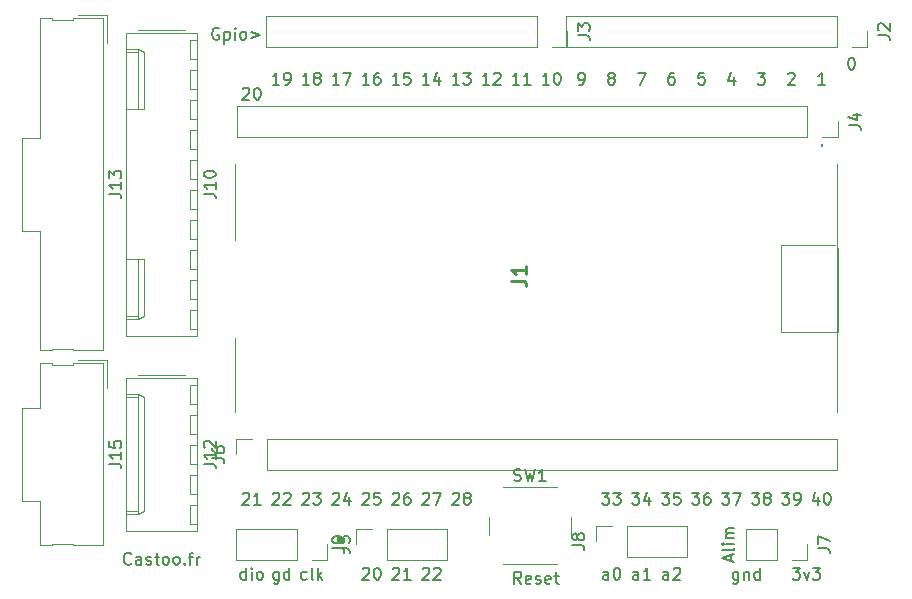
<source format=gbr>
%TF.GenerationSoftware,KiCad,Pcbnew,(5.1.9)-1*%
%TF.CreationDate,2021-04-23T23:27:08+02:00*%
%TF.ProjectId,pico1,7069636f-312e-46b6-9963-61645f706362,rev?*%
%TF.SameCoordinates,Original*%
%TF.FileFunction,Legend,Top*%
%TF.FilePolarity,Positive*%
%FSLAX46Y46*%
G04 Gerber Fmt 4.6, Leading zero omitted, Abs format (unit mm)*
G04 Created by KiCad (PCBNEW (5.1.9)-1) date 2021-04-23 23:27:08*
%MOMM*%
%LPD*%
G01*
G04 APERTURE LIST*
%ADD10C,0.150000*%
%ADD11C,0.200000*%
%ADD12C,0.120000*%
%ADD13C,0.100000*%
%ADD14C,0.254000*%
G04 APERTURE END LIST*
D10*
X149630000Y-65540000D02*
X149534761Y-65492380D01*
X149391904Y-65492380D01*
X149249047Y-65540000D01*
X149153809Y-65635238D01*
X149106190Y-65730476D01*
X149058571Y-65920952D01*
X149058571Y-66063809D01*
X149106190Y-66254285D01*
X149153809Y-66349523D01*
X149249047Y-66444761D01*
X149391904Y-66492380D01*
X149487142Y-66492380D01*
X149630000Y-66444761D01*
X149677619Y-66397142D01*
X149677619Y-66063809D01*
X149487142Y-66063809D01*
X150106190Y-65825714D02*
X150106190Y-66825714D01*
X150106190Y-65873333D02*
X150201428Y-65825714D01*
X150391904Y-65825714D01*
X150487142Y-65873333D01*
X150534761Y-65920952D01*
X150582380Y-66016190D01*
X150582380Y-66301904D01*
X150534761Y-66397142D01*
X150487142Y-66444761D01*
X150391904Y-66492380D01*
X150201428Y-66492380D01*
X150106190Y-66444761D01*
X151010952Y-66492380D02*
X151010952Y-65825714D01*
X151010952Y-65492380D02*
X150963333Y-65540000D01*
X151010952Y-65587619D01*
X151058571Y-65540000D01*
X151010952Y-65492380D01*
X151010952Y-65587619D01*
X151630000Y-66492380D02*
X151534761Y-66444761D01*
X151487142Y-66397142D01*
X151439523Y-66301904D01*
X151439523Y-66016190D01*
X151487142Y-65920952D01*
X151534761Y-65873333D01*
X151630000Y-65825714D01*
X151772857Y-65825714D01*
X151868095Y-65873333D01*
X151915714Y-65920952D01*
X151963333Y-66016190D01*
X151963333Y-66301904D01*
X151915714Y-66397142D01*
X151868095Y-66444761D01*
X151772857Y-66492380D01*
X151630000Y-66492380D01*
X152391904Y-65825714D02*
X153153809Y-66111428D01*
X152391904Y-66397142D01*
D11*
X142208571Y-110847142D02*
X142160952Y-110894761D01*
X142018095Y-110942380D01*
X141922857Y-110942380D01*
X141780000Y-110894761D01*
X141684761Y-110799523D01*
X141637142Y-110704285D01*
X141589523Y-110513809D01*
X141589523Y-110370952D01*
X141637142Y-110180476D01*
X141684761Y-110085238D01*
X141780000Y-109990000D01*
X141922857Y-109942380D01*
X142018095Y-109942380D01*
X142160952Y-109990000D01*
X142208571Y-110037619D01*
X143065714Y-110942380D02*
X143065714Y-110418571D01*
X143018095Y-110323333D01*
X142922857Y-110275714D01*
X142732380Y-110275714D01*
X142637142Y-110323333D01*
X143065714Y-110894761D02*
X142970476Y-110942380D01*
X142732380Y-110942380D01*
X142637142Y-110894761D01*
X142589523Y-110799523D01*
X142589523Y-110704285D01*
X142637142Y-110609047D01*
X142732380Y-110561428D01*
X142970476Y-110561428D01*
X143065714Y-110513809D01*
X143494285Y-110894761D02*
X143589523Y-110942380D01*
X143780000Y-110942380D01*
X143875238Y-110894761D01*
X143922857Y-110799523D01*
X143922857Y-110751904D01*
X143875238Y-110656666D01*
X143780000Y-110609047D01*
X143637142Y-110609047D01*
X143541904Y-110561428D01*
X143494285Y-110466190D01*
X143494285Y-110418571D01*
X143541904Y-110323333D01*
X143637142Y-110275714D01*
X143780000Y-110275714D01*
X143875238Y-110323333D01*
X144208571Y-110275714D02*
X144589523Y-110275714D01*
X144351428Y-109942380D02*
X144351428Y-110799523D01*
X144399047Y-110894761D01*
X144494285Y-110942380D01*
X144589523Y-110942380D01*
X145065714Y-110942380D02*
X144970476Y-110894761D01*
X144922857Y-110847142D01*
X144875238Y-110751904D01*
X144875238Y-110466190D01*
X144922857Y-110370952D01*
X144970476Y-110323333D01*
X145065714Y-110275714D01*
X145208571Y-110275714D01*
X145303809Y-110323333D01*
X145351428Y-110370952D01*
X145399047Y-110466190D01*
X145399047Y-110751904D01*
X145351428Y-110847142D01*
X145303809Y-110894761D01*
X145208571Y-110942380D01*
X145065714Y-110942380D01*
X145970476Y-110942380D02*
X145875238Y-110894761D01*
X145827619Y-110847142D01*
X145780000Y-110751904D01*
X145780000Y-110466190D01*
X145827619Y-110370952D01*
X145875238Y-110323333D01*
X145970476Y-110275714D01*
X146113333Y-110275714D01*
X146208571Y-110323333D01*
X146256190Y-110370952D01*
X146303809Y-110466190D01*
X146303809Y-110751904D01*
X146256190Y-110847142D01*
X146208571Y-110894761D01*
X146113333Y-110942380D01*
X145970476Y-110942380D01*
X146732380Y-110847142D02*
X146780000Y-110894761D01*
X146732380Y-110942380D01*
X146684761Y-110894761D01*
X146732380Y-110847142D01*
X146732380Y-110942380D01*
X147065714Y-110275714D02*
X147446666Y-110275714D01*
X147208571Y-110942380D02*
X147208571Y-110085238D01*
X147256190Y-109990000D01*
X147351428Y-109942380D01*
X147446666Y-109942380D01*
X147780000Y-110942380D02*
X147780000Y-110275714D01*
X147780000Y-110466190D02*
X147827619Y-110370952D01*
X147875238Y-110323333D01*
X147970476Y-110275714D01*
X148065714Y-110275714D01*
D10*
X200374285Y-105195714D02*
X200374285Y-105862380D01*
X200136190Y-104814761D02*
X199898095Y-105529047D01*
X200517142Y-105529047D01*
X201088571Y-104862380D02*
X201183809Y-104862380D01*
X201279047Y-104910000D01*
X201326666Y-104957619D01*
X201374285Y-105052857D01*
X201421904Y-105243333D01*
X201421904Y-105481428D01*
X201374285Y-105671904D01*
X201326666Y-105767142D01*
X201279047Y-105814761D01*
X201183809Y-105862380D01*
X201088571Y-105862380D01*
X200993333Y-105814761D01*
X200945714Y-105767142D01*
X200898095Y-105671904D01*
X200850476Y-105481428D01*
X200850476Y-105243333D01*
X200898095Y-105052857D01*
X200945714Y-104957619D01*
X200993333Y-104910000D01*
X201088571Y-104862380D01*
X197310476Y-104862380D02*
X197929523Y-104862380D01*
X197596190Y-105243333D01*
X197739047Y-105243333D01*
X197834285Y-105290952D01*
X197881904Y-105338571D01*
X197929523Y-105433809D01*
X197929523Y-105671904D01*
X197881904Y-105767142D01*
X197834285Y-105814761D01*
X197739047Y-105862380D01*
X197453333Y-105862380D01*
X197358095Y-105814761D01*
X197310476Y-105767142D01*
X198405714Y-105862380D02*
X198596190Y-105862380D01*
X198691428Y-105814761D01*
X198739047Y-105767142D01*
X198834285Y-105624285D01*
X198881904Y-105433809D01*
X198881904Y-105052857D01*
X198834285Y-104957619D01*
X198786666Y-104910000D01*
X198691428Y-104862380D01*
X198500952Y-104862380D01*
X198405714Y-104910000D01*
X198358095Y-104957619D01*
X198310476Y-105052857D01*
X198310476Y-105290952D01*
X198358095Y-105386190D01*
X198405714Y-105433809D01*
X198500952Y-105481428D01*
X198691428Y-105481428D01*
X198786666Y-105433809D01*
X198834285Y-105386190D01*
X198881904Y-105290952D01*
X194770476Y-104862380D02*
X195389523Y-104862380D01*
X195056190Y-105243333D01*
X195199047Y-105243333D01*
X195294285Y-105290952D01*
X195341904Y-105338571D01*
X195389523Y-105433809D01*
X195389523Y-105671904D01*
X195341904Y-105767142D01*
X195294285Y-105814761D01*
X195199047Y-105862380D01*
X194913333Y-105862380D01*
X194818095Y-105814761D01*
X194770476Y-105767142D01*
X195960952Y-105290952D02*
X195865714Y-105243333D01*
X195818095Y-105195714D01*
X195770476Y-105100476D01*
X195770476Y-105052857D01*
X195818095Y-104957619D01*
X195865714Y-104910000D01*
X195960952Y-104862380D01*
X196151428Y-104862380D01*
X196246666Y-104910000D01*
X196294285Y-104957619D01*
X196341904Y-105052857D01*
X196341904Y-105100476D01*
X196294285Y-105195714D01*
X196246666Y-105243333D01*
X196151428Y-105290952D01*
X195960952Y-105290952D01*
X195865714Y-105338571D01*
X195818095Y-105386190D01*
X195770476Y-105481428D01*
X195770476Y-105671904D01*
X195818095Y-105767142D01*
X195865714Y-105814761D01*
X195960952Y-105862380D01*
X196151428Y-105862380D01*
X196246666Y-105814761D01*
X196294285Y-105767142D01*
X196341904Y-105671904D01*
X196341904Y-105481428D01*
X196294285Y-105386190D01*
X196246666Y-105338571D01*
X196151428Y-105290952D01*
X192230476Y-104862380D02*
X192849523Y-104862380D01*
X192516190Y-105243333D01*
X192659047Y-105243333D01*
X192754285Y-105290952D01*
X192801904Y-105338571D01*
X192849523Y-105433809D01*
X192849523Y-105671904D01*
X192801904Y-105767142D01*
X192754285Y-105814761D01*
X192659047Y-105862380D01*
X192373333Y-105862380D01*
X192278095Y-105814761D01*
X192230476Y-105767142D01*
X193182857Y-104862380D02*
X193849523Y-104862380D01*
X193420952Y-105862380D01*
X189690476Y-104862380D02*
X190309523Y-104862380D01*
X189976190Y-105243333D01*
X190119047Y-105243333D01*
X190214285Y-105290952D01*
X190261904Y-105338571D01*
X190309523Y-105433809D01*
X190309523Y-105671904D01*
X190261904Y-105767142D01*
X190214285Y-105814761D01*
X190119047Y-105862380D01*
X189833333Y-105862380D01*
X189738095Y-105814761D01*
X189690476Y-105767142D01*
X191166666Y-104862380D02*
X190976190Y-104862380D01*
X190880952Y-104910000D01*
X190833333Y-104957619D01*
X190738095Y-105100476D01*
X190690476Y-105290952D01*
X190690476Y-105671904D01*
X190738095Y-105767142D01*
X190785714Y-105814761D01*
X190880952Y-105862380D01*
X191071428Y-105862380D01*
X191166666Y-105814761D01*
X191214285Y-105767142D01*
X191261904Y-105671904D01*
X191261904Y-105433809D01*
X191214285Y-105338571D01*
X191166666Y-105290952D01*
X191071428Y-105243333D01*
X190880952Y-105243333D01*
X190785714Y-105290952D01*
X190738095Y-105338571D01*
X190690476Y-105433809D01*
X187150476Y-104862380D02*
X187769523Y-104862380D01*
X187436190Y-105243333D01*
X187579047Y-105243333D01*
X187674285Y-105290952D01*
X187721904Y-105338571D01*
X187769523Y-105433809D01*
X187769523Y-105671904D01*
X187721904Y-105767142D01*
X187674285Y-105814761D01*
X187579047Y-105862380D01*
X187293333Y-105862380D01*
X187198095Y-105814761D01*
X187150476Y-105767142D01*
X188674285Y-104862380D02*
X188198095Y-104862380D01*
X188150476Y-105338571D01*
X188198095Y-105290952D01*
X188293333Y-105243333D01*
X188531428Y-105243333D01*
X188626666Y-105290952D01*
X188674285Y-105338571D01*
X188721904Y-105433809D01*
X188721904Y-105671904D01*
X188674285Y-105767142D01*
X188626666Y-105814761D01*
X188531428Y-105862380D01*
X188293333Y-105862380D01*
X188198095Y-105814761D01*
X188150476Y-105767142D01*
X184610476Y-104862380D02*
X185229523Y-104862380D01*
X184896190Y-105243333D01*
X185039047Y-105243333D01*
X185134285Y-105290952D01*
X185181904Y-105338571D01*
X185229523Y-105433809D01*
X185229523Y-105671904D01*
X185181904Y-105767142D01*
X185134285Y-105814761D01*
X185039047Y-105862380D01*
X184753333Y-105862380D01*
X184658095Y-105814761D01*
X184610476Y-105767142D01*
X186086666Y-105195714D02*
X186086666Y-105862380D01*
X185848571Y-104814761D02*
X185610476Y-105529047D01*
X186229523Y-105529047D01*
X182070476Y-104862380D02*
X182689523Y-104862380D01*
X182356190Y-105243333D01*
X182499047Y-105243333D01*
X182594285Y-105290952D01*
X182641904Y-105338571D01*
X182689523Y-105433809D01*
X182689523Y-105671904D01*
X182641904Y-105767142D01*
X182594285Y-105814761D01*
X182499047Y-105862380D01*
X182213333Y-105862380D01*
X182118095Y-105814761D01*
X182070476Y-105767142D01*
X183022857Y-104862380D02*
X183641904Y-104862380D01*
X183308571Y-105243333D01*
X183451428Y-105243333D01*
X183546666Y-105290952D01*
X183594285Y-105338571D01*
X183641904Y-105433809D01*
X183641904Y-105671904D01*
X183594285Y-105767142D01*
X183546666Y-105814761D01*
X183451428Y-105862380D01*
X183165714Y-105862380D01*
X183070476Y-105814761D01*
X183022857Y-105767142D01*
X169418095Y-104957619D02*
X169465714Y-104910000D01*
X169560952Y-104862380D01*
X169799047Y-104862380D01*
X169894285Y-104910000D01*
X169941904Y-104957619D01*
X169989523Y-105052857D01*
X169989523Y-105148095D01*
X169941904Y-105290952D01*
X169370476Y-105862380D01*
X169989523Y-105862380D01*
X170560952Y-105290952D02*
X170465714Y-105243333D01*
X170418095Y-105195714D01*
X170370476Y-105100476D01*
X170370476Y-105052857D01*
X170418095Y-104957619D01*
X170465714Y-104910000D01*
X170560952Y-104862380D01*
X170751428Y-104862380D01*
X170846666Y-104910000D01*
X170894285Y-104957619D01*
X170941904Y-105052857D01*
X170941904Y-105100476D01*
X170894285Y-105195714D01*
X170846666Y-105243333D01*
X170751428Y-105290952D01*
X170560952Y-105290952D01*
X170465714Y-105338571D01*
X170418095Y-105386190D01*
X170370476Y-105481428D01*
X170370476Y-105671904D01*
X170418095Y-105767142D01*
X170465714Y-105814761D01*
X170560952Y-105862380D01*
X170751428Y-105862380D01*
X170846666Y-105814761D01*
X170894285Y-105767142D01*
X170941904Y-105671904D01*
X170941904Y-105481428D01*
X170894285Y-105386190D01*
X170846666Y-105338571D01*
X170751428Y-105290952D01*
X166878095Y-104957619D02*
X166925714Y-104910000D01*
X167020952Y-104862380D01*
X167259047Y-104862380D01*
X167354285Y-104910000D01*
X167401904Y-104957619D01*
X167449523Y-105052857D01*
X167449523Y-105148095D01*
X167401904Y-105290952D01*
X166830476Y-105862380D01*
X167449523Y-105862380D01*
X167782857Y-104862380D02*
X168449523Y-104862380D01*
X168020952Y-105862380D01*
X164338095Y-104957619D02*
X164385714Y-104910000D01*
X164480952Y-104862380D01*
X164719047Y-104862380D01*
X164814285Y-104910000D01*
X164861904Y-104957619D01*
X164909523Y-105052857D01*
X164909523Y-105148095D01*
X164861904Y-105290952D01*
X164290476Y-105862380D01*
X164909523Y-105862380D01*
X165766666Y-104862380D02*
X165576190Y-104862380D01*
X165480952Y-104910000D01*
X165433333Y-104957619D01*
X165338095Y-105100476D01*
X165290476Y-105290952D01*
X165290476Y-105671904D01*
X165338095Y-105767142D01*
X165385714Y-105814761D01*
X165480952Y-105862380D01*
X165671428Y-105862380D01*
X165766666Y-105814761D01*
X165814285Y-105767142D01*
X165861904Y-105671904D01*
X165861904Y-105433809D01*
X165814285Y-105338571D01*
X165766666Y-105290952D01*
X165671428Y-105243333D01*
X165480952Y-105243333D01*
X165385714Y-105290952D01*
X165338095Y-105338571D01*
X165290476Y-105433809D01*
X161798095Y-104957619D02*
X161845714Y-104910000D01*
X161940952Y-104862380D01*
X162179047Y-104862380D01*
X162274285Y-104910000D01*
X162321904Y-104957619D01*
X162369523Y-105052857D01*
X162369523Y-105148095D01*
X162321904Y-105290952D01*
X161750476Y-105862380D01*
X162369523Y-105862380D01*
X163274285Y-104862380D02*
X162798095Y-104862380D01*
X162750476Y-105338571D01*
X162798095Y-105290952D01*
X162893333Y-105243333D01*
X163131428Y-105243333D01*
X163226666Y-105290952D01*
X163274285Y-105338571D01*
X163321904Y-105433809D01*
X163321904Y-105671904D01*
X163274285Y-105767142D01*
X163226666Y-105814761D01*
X163131428Y-105862380D01*
X162893333Y-105862380D01*
X162798095Y-105814761D01*
X162750476Y-105767142D01*
X159258095Y-104957619D02*
X159305714Y-104910000D01*
X159400952Y-104862380D01*
X159639047Y-104862380D01*
X159734285Y-104910000D01*
X159781904Y-104957619D01*
X159829523Y-105052857D01*
X159829523Y-105148095D01*
X159781904Y-105290952D01*
X159210476Y-105862380D01*
X159829523Y-105862380D01*
X160686666Y-105195714D02*
X160686666Y-105862380D01*
X160448571Y-104814761D02*
X160210476Y-105529047D01*
X160829523Y-105529047D01*
X156718095Y-104957619D02*
X156765714Y-104910000D01*
X156860952Y-104862380D01*
X157099047Y-104862380D01*
X157194285Y-104910000D01*
X157241904Y-104957619D01*
X157289523Y-105052857D01*
X157289523Y-105148095D01*
X157241904Y-105290952D01*
X156670476Y-105862380D01*
X157289523Y-105862380D01*
X157622857Y-104862380D02*
X158241904Y-104862380D01*
X157908571Y-105243333D01*
X158051428Y-105243333D01*
X158146666Y-105290952D01*
X158194285Y-105338571D01*
X158241904Y-105433809D01*
X158241904Y-105671904D01*
X158194285Y-105767142D01*
X158146666Y-105814761D01*
X158051428Y-105862380D01*
X157765714Y-105862380D01*
X157670476Y-105814761D01*
X157622857Y-105767142D01*
X154178095Y-104957619D02*
X154225714Y-104910000D01*
X154320952Y-104862380D01*
X154559047Y-104862380D01*
X154654285Y-104910000D01*
X154701904Y-104957619D01*
X154749523Y-105052857D01*
X154749523Y-105148095D01*
X154701904Y-105290952D01*
X154130476Y-105862380D01*
X154749523Y-105862380D01*
X155130476Y-104957619D02*
X155178095Y-104910000D01*
X155273333Y-104862380D01*
X155511428Y-104862380D01*
X155606666Y-104910000D01*
X155654285Y-104957619D01*
X155701904Y-105052857D01*
X155701904Y-105148095D01*
X155654285Y-105290952D01*
X155082857Y-105862380D01*
X155701904Y-105862380D01*
X151638095Y-104957619D02*
X151685714Y-104910000D01*
X151780952Y-104862380D01*
X152019047Y-104862380D01*
X152114285Y-104910000D01*
X152161904Y-104957619D01*
X152209523Y-105052857D01*
X152209523Y-105148095D01*
X152161904Y-105290952D01*
X151590476Y-105862380D01*
X152209523Y-105862380D01*
X153161904Y-105862380D02*
X152590476Y-105862380D01*
X152876190Y-105862380D02*
X152876190Y-104862380D01*
X152780952Y-105005238D01*
X152685714Y-105100476D01*
X152590476Y-105148095D01*
D11*
X193619523Y-111545714D02*
X193619523Y-112355238D01*
X193571904Y-112450476D01*
X193524285Y-112498095D01*
X193429047Y-112545714D01*
X193286190Y-112545714D01*
X193190952Y-112498095D01*
X193619523Y-112164761D02*
X193524285Y-112212380D01*
X193333809Y-112212380D01*
X193238571Y-112164761D01*
X193190952Y-112117142D01*
X193143333Y-112021904D01*
X193143333Y-111736190D01*
X193190952Y-111640952D01*
X193238571Y-111593333D01*
X193333809Y-111545714D01*
X193524285Y-111545714D01*
X193619523Y-111593333D01*
X194095714Y-111545714D02*
X194095714Y-112212380D01*
X194095714Y-111640952D02*
X194143333Y-111593333D01*
X194238571Y-111545714D01*
X194381428Y-111545714D01*
X194476666Y-111593333D01*
X194524285Y-111688571D01*
X194524285Y-112212380D01*
X195429047Y-112212380D02*
X195429047Y-111212380D01*
X195429047Y-112164761D02*
X195333809Y-112212380D01*
X195143333Y-112212380D01*
X195048095Y-112164761D01*
X195000476Y-112117142D01*
X194952857Y-112021904D01*
X194952857Y-111736190D01*
X195000476Y-111640952D01*
X195048095Y-111593333D01*
X195143333Y-111545714D01*
X195333809Y-111545714D01*
X195429047Y-111593333D01*
X198199523Y-111212380D02*
X198818571Y-111212380D01*
X198485238Y-111593333D01*
X198628095Y-111593333D01*
X198723333Y-111640952D01*
X198770952Y-111688571D01*
X198818571Y-111783809D01*
X198818571Y-112021904D01*
X198770952Y-112117142D01*
X198723333Y-112164761D01*
X198628095Y-112212380D01*
X198342380Y-112212380D01*
X198247142Y-112164761D01*
X198199523Y-112117142D01*
X199151904Y-111545714D02*
X199390000Y-112212380D01*
X199628095Y-111545714D01*
X199913809Y-111212380D02*
X200532857Y-111212380D01*
X200199523Y-111593333D01*
X200342380Y-111593333D01*
X200437619Y-111640952D01*
X200485238Y-111688571D01*
X200532857Y-111783809D01*
X200532857Y-112021904D01*
X200485238Y-112117142D01*
X200437619Y-112164761D01*
X200342380Y-112212380D01*
X200056666Y-112212380D01*
X199961428Y-112164761D01*
X199913809Y-112117142D01*
X187698095Y-112212380D02*
X187698095Y-111688571D01*
X187650476Y-111593333D01*
X187555238Y-111545714D01*
X187364761Y-111545714D01*
X187269523Y-111593333D01*
X187698095Y-112164761D02*
X187602857Y-112212380D01*
X187364761Y-112212380D01*
X187269523Y-112164761D01*
X187221904Y-112069523D01*
X187221904Y-111974285D01*
X187269523Y-111879047D01*
X187364761Y-111831428D01*
X187602857Y-111831428D01*
X187698095Y-111783809D01*
X188126666Y-111307619D02*
X188174285Y-111260000D01*
X188269523Y-111212380D01*
X188507619Y-111212380D01*
X188602857Y-111260000D01*
X188650476Y-111307619D01*
X188698095Y-111402857D01*
X188698095Y-111498095D01*
X188650476Y-111640952D01*
X188079047Y-112212380D01*
X188698095Y-112212380D01*
X185158095Y-112212380D02*
X185158095Y-111688571D01*
X185110476Y-111593333D01*
X185015238Y-111545714D01*
X184824761Y-111545714D01*
X184729523Y-111593333D01*
X185158095Y-112164761D02*
X185062857Y-112212380D01*
X184824761Y-112212380D01*
X184729523Y-112164761D01*
X184681904Y-112069523D01*
X184681904Y-111974285D01*
X184729523Y-111879047D01*
X184824761Y-111831428D01*
X185062857Y-111831428D01*
X185158095Y-111783809D01*
X186158095Y-112212380D02*
X185586666Y-112212380D01*
X185872380Y-112212380D02*
X185872380Y-111212380D01*
X185777142Y-111355238D01*
X185681904Y-111450476D01*
X185586666Y-111498095D01*
X182618095Y-112212380D02*
X182618095Y-111688571D01*
X182570476Y-111593333D01*
X182475238Y-111545714D01*
X182284761Y-111545714D01*
X182189523Y-111593333D01*
X182618095Y-112164761D02*
X182522857Y-112212380D01*
X182284761Y-112212380D01*
X182189523Y-112164761D01*
X182141904Y-112069523D01*
X182141904Y-111974285D01*
X182189523Y-111879047D01*
X182284761Y-111831428D01*
X182522857Y-111831428D01*
X182618095Y-111783809D01*
X183284761Y-111212380D02*
X183380000Y-111212380D01*
X183475238Y-111260000D01*
X183522857Y-111307619D01*
X183570476Y-111402857D01*
X183618095Y-111593333D01*
X183618095Y-111831428D01*
X183570476Y-112021904D01*
X183522857Y-112117142D01*
X183475238Y-112164761D01*
X183380000Y-112212380D01*
X183284761Y-112212380D01*
X183189523Y-112164761D01*
X183141904Y-112117142D01*
X183094285Y-112021904D01*
X183046666Y-111831428D01*
X183046666Y-111593333D01*
X183094285Y-111402857D01*
X183141904Y-111307619D01*
X183189523Y-111260000D01*
X183284761Y-111212380D01*
X166878095Y-111307619D02*
X166925714Y-111260000D01*
X167020952Y-111212380D01*
X167259047Y-111212380D01*
X167354285Y-111260000D01*
X167401904Y-111307619D01*
X167449523Y-111402857D01*
X167449523Y-111498095D01*
X167401904Y-111640952D01*
X166830476Y-112212380D01*
X167449523Y-112212380D01*
X167830476Y-111307619D02*
X167878095Y-111260000D01*
X167973333Y-111212380D01*
X168211428Y-111212380D01*
X168306666Y-111260000D01*
X168354285Y-111307619D01*
X168401904Y-111402857D01*
X168401904Y-111498095D01*
X168354285Y-111640952D01*
X167782857Y-112212380D01*
X168401904Y-112212380D01*
X164338095Y-111307619D02*
X164385714Y-111260000D01*
X164480952Y-111212380D01*
X164719047Y-111212380D01*
X164814285Y-111260000D01*
X164861904Y-111307619D01*
X164909523Y-111402857D01*
X164909523Y-111498095D01*
X164861904Y-111640952D01*
X164290476Y-112212380D01*
X164909523Y-112212380D01*
X165861904Y-112212380D02*
X165290476Y-112212380D01*
X165576190Y-112212380D02*
X165576190Y-111212380D01*
X165480952Y-111355238D01*
X165385714Y-111450476D01*
X165290476Y-111498095D01*
X161798095Y-111307619D02*
X161845714Y-111260000D01*
X161940952Y-111212380D01*
X162179047Y-111212380D01*
X162274285Y-111260000D01*
X162321904Y-111307619D01*
X162369523Y-111402857D01*
X162369523Y-111498095D01*
X162321904Y-111640952D01*
X161750476Y-112212380D01*
X162369523Y-112212380D01*
X162988571Y-111212380D02*
X163083809Y-111212380D01*
X163179047Y-111260000D01*
X163226666Y-111307619D01*
X163274285Y-111402857D01*
X163321904Y-111593333D01*
X163321904Y-111831428D01*
X163274285Y-112021904D01*
X163226666Y-112117142D01*
X163179047Y-112164761D01*
X163083809Y-112212380D01*
X162988571Y-112212380D01*
X162893333Y-112164761D01*
X162845714Y-112117142D01*
X162798095Y-112021904D01*
X162750476Y-111831428D01*
X162750476Y-111593333D01*
X162798095Y-111402857D01*
X162845714Y-111307619D01*
X162893333Y-111260000D01*
X162988571Y-111212380D01*
X154701904Y-111545714D02*
X154701904Y-112355238D01*
X154654285Y-112450476D01*
X154606666Y-112498095D01*
X154511428Y-112545714D01*
X154368571Y-112545714D01*
X154273333Y-112498095D01*
X154701904Y-112164761D02*
X154606666Y-112212380D01*
X154416190Y-112212380D01*
X154320952Y-112164761D01*
X154273333Y-112117142D01*
X154225714Y-112021904D01*
X154225714Y-111736190D01*
X154273333Y-111640952D01*
X154320952Y-111593333D01*
X154416190Y-111545714D01*
X154606666Y-111545714D01*
X154701904Y-111593333D01*
X155606666Y-112212380D02*
X155606666Y-111212380D01*
X155606666Y-112164761D02*
X155511428Y-112212380D01*
X155320952Y-112212380D01*
X155225714Y-112164761D01*
X155178095Y-112117142D01*
X155130476Y-112021904D01*
X155130476Y-111736190D01*
X155178095Y-111640952D01*
X155225714Y-111593333D01*
X155320952Y-111545714D01*
X155511428Y-111545714D01*
X155606666Y-111593333D01*
X151923809Y-112212380D02*
X151923809Y-111212380D01*
X151923809Y-112164761D02*
X151828571Y-112212380D01*
X151638095Y-112212380D01*
X151542857Y-112164761D01*
X151495238Y-112117142D01*
X151447619Y-112021904D01*
X151447619Y-111736190D01*
X151495238Y-111640952D01*
X151542857Y-111593333D01*
X151638095Y-111545714D01*
X151828571Y-111545714D01*
X151923809Y-111593333D01*
X152400000Y-112212380D02*
X152400000Y-111545714D01*
X152400000Y-111212380D02*
X152352380Y-111260000D01*
X152400000Y-111307619D01*
X152447619Y-111260000D01*
X152400000Y-111212380D01*
X152400000Y-111307619D01*
X153019047Y-112212380D02*
X152923809Y-112164761D01*
X152876190Y-112117142D01*
X152828571Y-112021904D01*
X152828571Y-111736190D01*
X152876190Y-111640952D01*
X152923809Y-111593333D01*
X153019047Y-111545714D01*
X153161904Y-111545714D01*
X153257142Y-111593333D01*
X153304761Y-111640952D01*
X153352380Y-111736190D01*
X153352380Y-112021904D01*
X153304761Y-112117142D01*
X153257142Y-112164761D01*
X153161904Y-112212380D01*
X153019047Y-112212380D01*
X157051428Y-112164761D02*
X156956190Y-112212380D01*
X156765714Y-112212380D01*
X156670476Y-112164761D01*
X156622857Y-112117142D01*
X156575238Y-112021904D01*
X156575238Y-111736190D01*
X156622857Y-111640952D01*
X156670476Y-111593333D01*
X156765714Y-111545714D01*
X156956190Y-111545714D01*
X157051428Y-111593333D01*
X157622857Y-112212380D02*
X157527619Y-112164761D01*
X157480000Y-112069523D01*
X157480000Y-111212380D01*
X158003809Y-112212380D02*
X158003809Y-111212380D01*
X158099047Y-111831428D02*
X158384761Y-112212380D01*
X158384761Y-111545714D02*
X158003809Y-111926666D01*
D10*
X151638095Y-70667619D02*
X151685714Y-70620000D01*
X151780952Y-70572380D01*
X152019047Y-70572380D01*
X152114285Y-70620000D01*
X152161904Y-70667619D01*
X152209523Y-70762857D01*
X152209523Y-70858095D01*
X152161904Y-71000952D01*
X151590476Y-71572380D01*
X152209523Y-71572380D01*
X152828571Y-70572380D02*
X152923809Y-70572380D01*
X153019047Y-70620000D01*
X153066666Y-70667619D01*
X153114285Y-70762857D01*
X153161904Y-70953333D01*
X153161904Y-71191428D01*
X153114285Y-71381904D01*
X153066666Y-71477142D01*
X153019047Y-71524761D01*
X152923809Y-71572380D01*
X152828571Y-71572380D01*
X152733333Y-71524761D01*
X152685714Y-71477142D01*
X152638095Y-71381904D01*
X152590476Y-71191428D01*
X152590476Y-70953333D01*
X152638095Y-70762857D01*
X152685714Y-70667619D01*
X152733333Y-70620000D01*
X152828571Y-70572380D01*
X154749523Y-70302380D02*
X154178095Y-70302380D01*
X154463809Y-70302380D02*
X154463809Y-69302380D01*
X154368571Y-69445238D01*
X154273333Y-69540476D01*
X154178095Y-69588095D01*
X155225714Y-70302380D02*
X155416190Y-70302380D01*
X155511428Y-70254761D01*
X155559047Y-70207142D01*
X155654285Y-70064285D01*
X155701904Y-69873809D01*
X155701904Y-69492857D01*
X155654285Y-69397619D01*
X155606666Y-69350000D01*
X155511428Y-69302380D01*
X155320952Y-69302380D01*
X155225714Y-69350000D01*
X155178095Y-69397619D01*
X155130476Y-69492857D01*
X155130476Y-69730952D01*
X155178095Y-69826190D01*
X155225714Y-69873809D01*
X155320952Y-69921428D01*
X155511428Y-69921428D01*
X155606666Y-69873809D01*
X155654285Y-69826190D01*
X155701904Y-69730952D01*
X157289523Y-70302380D02*
X156718095Y-70302380D01*
X157003809Y-70302380D02*
X157003809Y-69302380D01*
X156908571Y-69445238D01*
X156813333Y-69540476D01*
X156718095Y-69588095D01*
X157860952Y-69730952D02*
X157765714Y-69683333D01*
X157718095Y-69635714D01*
X157670476Y-69540476D01*
X157670476Y-69492857D01*
X157718095Y-69397619D01*
X157765714Y-69350000D01*
X157860952Y-69302380D01*
X158051428Y-69302380D01*
X158146666Y-69350000D01*
X158194285Y-69397619D01*
X158241904Y-69492857D01*
X158241904Y-69540476D01*
X158194285Y-69635714D01*
X158146666Y-69683333D01*
X158051428Y-69730952D01*
X157860952Y-69730952D01*
X157765714Y-69778571D01*
X157718095Y-69826190D01*
X157670476Y-69921428D01*
X157670476Y-70111904D01*
X157718095Y-70207142D01*
X157765714Y-70254761D01*
X157860952Y-70302380D01*
X158051428Y-70302380D01*
X158146666Y-70254761D01*
X158194285Y-70207142D01*
X158241904Y-70111904D01*
X158241904Y-69921428D01*
X158194285Y-69826190D01*
X158146666Y-69778571D01*
X158051428Y-69730952D01*
X159829523Y-70302380D02*
X159258095Y-70302380D01*
X159543809Y-70302380D02*
X159543809Y-69302380D01*
X159448571Y-69445238D01*
X159353333Y-69540476D01*
X159258095Y-69588095D01*
X160162857Y-69302380D02*
X160829523Y-69302380D01*
X160400952Y-70302380D01*
X162369523Y-70302380D02*
X161798095Y-70302380D01*
X162083809Y-70302380D02*
X162083809Y-69302380D01*
X161988571Y-69445238D01*
X161893333Y-69540476D01*
X161798095Y-69588095D01*
X163226666Y-69302380D02*
X163036190Y-69302380D01*
X162940952Y-69350000D01*
X162893333Y-69397619D01*
X162798095Y-69540476D01*
X162750476Y-69730952D01*
X162750476Y-70111904D01*
X162798095Y-70207142D01*
X162845714Y-70254761D01*
X162940952Y-70302380D01*
X163131428Y-70302380D01*
X163226666Y-70254761D01*
X163274285Y-70207142D01*
X163321904Y-70111904D01*
X163321904Y-69873809D01*
X163274285Y-69778571D01*
X163226666Y-69730952D01*
X163131428Y-69683333D01*
X162940952Y-69683333D01*
X162845714Y-69730952D01*
X162798095Y-69778571D01*
X162750476Y-69873809D01*
X164909523Y-70302380D02*
X164338095Y-70302380D01*
X164623809Y-70302380D02*
X164623809Y-69302380D01*
X164528571Y-69445238D01*
X164433333Y-69540476D01*
X164338095Y-69588095D01*
X165814285Y-69302380D02*
X165338095Y-69302380D01*
X165290476Y-69778571D01*
X165338095Y-69730952D01*
X165433333Y-69683333D01*
X165671428Y-69683333D01*
X165766666Y-69730952D01*
X165814285Y-69778571D01*
X165861904Y-69873809D01*
X165861904Y-70111904D01*
X165814285Y-70207142D01*
X165766666Y-70254761D01*
X165671428Y-70302380D01*
X165433333Y-70302380D01*
X165338095Y-70254761D01*
X165290476Y-70207142D01*
X167449523Y-70302380D02*
X166878095Y-70302380D01*
X167163809Y-70302380D02*
X167163809Y-69302380D01*
X167068571Y-69445238D01*
X166973333Y-69540476D01*
X166878095Y-69588095D01*
X168306666Y-69635714D02*
X168306666Y-70302380D01*
X168068571Y-69254761D02*
X167830476Y-69969047D01*
X168449523Y-69969047D01*
X169989523Y-70302380D02*
X169418095Y-70302380D01*
X169703809Y-70302380D02*
X169703809Y-69302380D01*
X169608571Y-69445238D01*
X169513333Y-69540476D01*
X169418095Y-69588095D01*
X170322857Y-69302380D02*
X170941904Y-69302380D01*
X170608571Y-69683333D01*
X170751428Y-69683333D01*
X170846666Y-69730952D01*
X170894285Y-69778571D01*
X170941904Y-69873809D01*
X170941904Y-70111904D01*
X170894285Y-70207142D01*
X170846666Y-70254761D01*
X170751428Y-70302380D01*
X170465714Y-70302380D01*
X170370476Y-70254761D01*
X170322857Y-70207142D01*
X172529523Y-70302380D02*
X171958095Y-70302380D01*
X172243809Y-70302380D02*
X172243809Y-69302380D01*
X172148571Y-69445238D01*
X172053333Y-69540476D01*
X171958095Y-69588095D01*
X172910476Y-69397619D02*
X172958095Y-69350000D01*
X173053333Y-69302380D01*
X173291428Y-69302380D01*
X173386666Y-69350000D01*
X173434285Y-69397619D01*
X173481904Y-69492857D01*
X173481904Y-69588095D01*
X173434285Y-69730952D01*
X172862857Y-70302380D01*
X173481904Y-70302380D01*
X175069523Y-70302380D02*
X174498095Y-70302380D01*
X174783809Y-70302380D02*
X174783809Y-69302380D01*
X174688571Y-69445238D01*
X174593333Y-69540476D01*
X174498095Y-69588095D01*
X176021904Y-70302380D02*
X175450476Y-70302380D01*
X175736190Y-70302380D02*
X175736190Y-69302380D01*
X175640952Y-69445238D01*
X175545714Y-69540476D01*
X175450476Y-69588095D01*
X177609523Y-70302380D02*
X177038095Y-70302380D01*
X177323809Y-70302380D02*
X177323809Y-69302380D01*
X177228571Y-69445238D01*
X177133333Y-69540476D01*
X177038095Y-69588095D01*
X178228571Y-69302380D02*
X178323809Y-69302380D01*
X178419047Y-69350000D01*
X178466666Y-69397619D01*
X178514285Y-69492857D01*
X178561904Y-69683333D01*
X178561904Y-69921428D01*
X178514285Y-70111904D01*
X178466666Y-70207142D01*
X178419047Y-70254761D01*
X178323809Y-70302380D01*
X178228571Y-70302380D01*
X178133333Y-70254761D01*
X178085714Y-70207142D01*
X178038095Y-70111904D01*
X177990476Y-69921428D01*
X177990476Y-69683333D01*
X178038095Y-69492857D01*
X178085714Y-69397619D01*
X178133333Y-69350000D01*
X178228571Y-69302380D01*
X180149523Y-70302380D02*
X180340000Y-70302380D01*
X180435238Y-70254761D01*
X180482857Y-70207142D01*
X180578095Y-70064285D01*
X180625714Y-69873809D01*
X180625714Y-69492857D01*
X180578095Y-69397619D01*
X180530476Y-69350000D01*
X180435238Y-69302380D01*
X180244761Y-69302380D01*
X180149523Y-69350000D01*
X180101904Y-69397619D01*
X180054285Y-69492857D01*
X180054285Y-69730952D01*
X180101904Y-69826190D01*
X180149523Y-69873809D01*
X180244761Y-69921428D01*
X180435238Y-69921428D01*
X180530476Y-69873809D01*
X180578095Y-69826190D01*
X180625714Y-69730952D01*
X182784761Y-69730952D02*
X182689523Y-69683333D01*
X182641904Y-69635714D01*
X182594285Y-69540476D01*
X182594285Y-69492857D01*
X182641904Y-69397619D01*
X182689523Y-69350000D01*
X182784761Y-69302380D01*
X182975238Y-69302380D01*
X183070476Y-69350000D01*
X183118095Y-69397619D01*
X183165714Y-69492857D01*
X183165714Y-69540476D01*
X183118095Y-69635714D01*
X183070476Y-69683333D01*
X182975238Y-69730952D01*
X182784761Y-69730952D01*
X182689523Y-69778571D01*
X182641904Y-69826190D01*
X182594285Y-69921428D01*
X182594285Y-70111904D01*
X182641904Y-70207142D01*
X182689523Y-70254761D01*
X182784761Y-70302380D01*
X182975238Y-70302380D01*
X183070476Y-70254761D01*
X183118095Y-70207142D01*
X183165714Y-70111904D01*
X183165714Y-69921428D01*
X183118095Y-69826190D01*
X183070476Y-69778571D01*
X182975238Y-69730952D01*
X185086666Y-69302380D02*
X185753333Y-69302380D01*
X185324761Y-70302380D01*
X188150476Y-69302380D02*
X187960000Y-69302380D01*
X187864761Y-69350000D01*
X187817142Y-69397619D01*
X187721904Y-69540476D01*
X187674285Y-69730952D01*
X187674285Y-70111904D01*
X187721904Y-70207142D01*
X187769523Y-70254761D01*
X187864761Y-70302380D01*
X188055238Y-70302380D01*
X188150476Y-70254761D01*
X188198095Y-70207142D01*
X188245714Y-70111904D01*
X188245714Y-69873809D01*
X188198095Y-69778571D01*
X188150476Y-69730952D01*
X188055238Y-69683333D01*
X187864761Y-69683333D01*
X187769523Y-69730952D01*
X187721904Y-69778571D01*
X187674285Y-69873809D01*
X190738095Y-69302380D02*
X190261904Y-69302380D01*
X190214285Y-69778571D01*
X190261904Y-69730952D01*
X190357142Y-69683333D01*
X190595238Y-69683333D01*
X190690476Y-69730952D01*
X190738095Y-69778571D01*
X190785714Y-69873809D01*
X190785714Y-70111904D01*
X190738095Y-70207142D01*
X190690476Y-70254761D01*
X190595238Y-70302380D01*
X190357142Y-70302380D01*
X190261904Y-70254761D01*
X190214285Y-70207142D01*
X193230476Y-69635714D02*
X193230476Y-70302380D01*
X192992380Y-69254761D02*
X192754285Y-69969047D01*
X193373333Y-69969047D01*
X195246666Y-69302380D02*
X195865714Y-69302380D01*
X195532380Y-69683333D01*
X195675238Y-69683333D01*
X195770476Y-69730952D01*
X195818095Y-69778571D01*
X195865714Y-69873809D01*
X195865714Y-70111904D01*
X195818095Y-70207142D01*
X195770476Y-70254761D01*
X195675238Y-70302380D01*
X195389523Y-70302380D01*
X195294285Y-70254761D01*
X195246666Y-70207142D01*
X197834285Y-69397619D02*
X197881904Y-69350000D01*
X197977142Y-69302380D01*
X198215238Y-69302380D01*
X198310476Y-69350000D01*
X198358095Y-69397619D01*
X198405714Y-69492857D01*
X198405714Y-69588095D01*
X198358095Y-69730952D01*
X197786666Y-70302380D01*
X198405714Y-70302380D01*
X200945714Y-70302380D02*
X200374285Y-70302380D01*
X200660000Y-70302380D02*
X200660000Y-69302380D01*
X200564761Y-69445238D01*
X200469523Y-69540476D01*
X200374285Y-69588095D01*
X203152380Y-68032380D02*
X203247619Y-68032380D01*
X203342857Y-68080000D01*
X203390476Y-68127619D01*
X203438095Y-68222857D01*
X203485714Y-68413333D01*
X203485714Y-68651428D01*
X203438095Y-68841904D01*
X203390476Y-68937142D01*
X203342857Y-68984761D01*
X203247619Y-69032380D01*
X203152380Y-69032380D01*
X203057142Y-68984761D01*
X203009523Y-68937142D01*
X202961904Y-68841904D01*
X202914285Y-68651428D01*
X202914285Y-68413333D01*
X202961904Y-68222857D01*
X203009523Y-68127619D01*
X203057142Y-68080000D01*
X203152380Y-68032380D01*
D12*
%TO.C,J7*%
X199450000Y-109220000D02*
X199450000Y-110550000D01*
X199450000Y-110550000D02*
X198120000Y-110550000D01*
X196850000Y-110550000D02*
X194250000Y-110550000D01*
X194250000Y-107890000D02*
X194250000Y-110550000D01*
X196850000Y-107890000D02*
X194250000Y-107890000D01*
X196850000Y-107890000D02*
X196850000Y-110550000D01*
%TO.C,SW1*%
X179470000Y-108410000D02*
X179470000Y-106910000D01*
X178220000Y-104410000D02*
X173720000Y-104410000D01*
X172470000Y-106910000D02*
X172470000Y-108410000D01*
X173720000Y-110910000D02*
X178220000Y-110910000D01*
%TO.C,J15*%
X140120000Y-93610000D02*
X140120000Y-96020000D01*
X137710000Y-93610000D02*
X140120000Y-93610000D01*
X139820000Y-109290000D02*
X139820000Y-93910000D01*
X137290000Y-109290000D02*
X139820000Y-109290000D01*
X137290000Y-109160000D02*
X137290000Y-109290000D01*
X135480000Y-109160000D02*
X137290000Y-109160000D01*
X135480000Y-109290000D02*
X135480000Y-109160000D01*
X134500000Y-109290000D02*
X135480000Y-109290000D01*
X134500000Y-105520000D02*
X134500000Y-109290000D01*
X133000000Y-105520000D02*
X134500000Y-105520000D01*
X133000000Y-97680000D02*
X133000000Y-105520000D01*
X134500000Y-97680000D02*
X133000000Y-97680000D01*
X134500000Y-93910000D02*
X134500000Y-97680000D01*
X135480000Y-93910000D02*
X134500000Y-93910000D01*
X135480000Y-94040000D02*
X135480000Y-93910000D01*
X137290000Y-94040000D02*
X135480000Y-94040000D01*
X137290000Y-93910000D02*
X137290000Y-94040000D01*
X139820000Y-93910000D02*
X137290000Y-93910000D01*
%TO.C,J13*%
X140120000Y-64400000D02*
X140120000Y-66810000D01*
X137710000Y-64400000D02*
X140120000Y-64400000D01*
X139820000Y-92780000D02*
X139820000Y-64700000D01*
X137290000Y-92780000D02*
X139820000Y-92780000D01*
X137290000Y-92650000D02*
X137290000Y-92780000D01*
X135480000Y-92650000D02*
X137290000Y-92650000D01*
X135480000Y-92780000D02*
X135480000Y-92650000D01*
X134500000Y-92780000D02*
X135480000Y-92780000D01*
X134500000Y-82660000D02*
X134500000Y-92780000D01*
X133000000Y-82660000D02*
X134500000Y-82660000D01*
X133000000Y-74820000D02*
X133000000Y-82660000D01*
X134500000Y-74820000D02*
X133000000Y-74820000D01*
X134500000Y-64700000D02*
X134500000Y-74820000D01*
X135480000Y-64700000D02*
X134500000Y-64700000D01*
X135480000Y-64830000D02*
X135480000Y-64700000D01*
X137290000Y-64830000D02*
X135480000Y-64830000D01*
X137290000Y-64700000D02*
X137290000Y-64830000D01*
X139820000Y-64700000D02*
X137290000Y-64700000D01*
%TO.C,J12*%
X147210000Y-107480000D02*
X147810000Y-107480000D01*
X147210000Y-105880000D02*
X147210000Y-107480000D01*
X147810000Y-105880000D02*
X147210000Y-105880000D01*
X147210000Y-104940000D02*
X147810000Y-104940000D01*
X147210000Y-103340000D02*
X147210000Y-104940000D01*
X147810000Y-103340000D02*
X147210000Y-103340000D01*
X147210000Y-102400000D02*
X147810000Y-102400000D01*
X147210000Y-100800000D02*
X147210000Y-102400000D01*
X147810000Y-100800000D02*
X147210000Y-100800000D01*
X147210000Y-99860000D02*
X147810000Y-99860000D01*
X147210000Y-98260000D02*
X147210000Y-99860000D01*
X147810000Y-98260000D02*
X147210000Y-98260000D01*
X147210000Y-97320000D02*
X147810000Y-97320000D01*
X147210000Y-95720000D02*
X147210000Y-97320000D01*
X147810000Y-95720000D02*
X147210000Y-95720000D01*
X141790000Y-106430000D02*
X142790000Y-106430000D01*
X141790000Y-96770000D02*
X142790000Y-96770000D01*
X143320000Y-106430000D02*
X142790000Y-106680000D01*
X143320000Y-96770000D02*
X143320000Y-106430000D01*
X142790000Y-96520000D02*
X143320000Y-96770000D01*
X142790000Y-106680000D02*
X141790000Y-106680000D01*
X142790000Y-96520000D02*
X142790000Y-106680000D01*
X141790000Y-96520000D02*
X142790000Y-96520000D01*
X146780000Y-94850000D02*
X142780000Y-94850000D01*
X147810000Y-108060000D02*
X147810000Y-95140000D01*
X141790000Y-108060000D02*
X147810000Y-108060000D01*
X141790000Y-95140000D02*
X141790000Y-108060000D01*
X147810000Y-95140000D02*
X141790000Y-95140000D01*
%TO.C,J10*%
X147210000Y-90970000D02*
X147810000Y-90970000D01*
X147210000Y-89370000D02*
X147210000Y-90970000D01*
X147810000Y-89370000D02*
X147210000Y-89370000D01*
X147210000Y-88430000D02*
X147810000Y-88430000D01*
X147210000Y-86830000D02*
X147210000Y-88430000D01*
X147810000Y-86830000D02*
X147210000Y-86830000D01*
X147210000Y-85890000D02*
X147810000Y-85890000D01*
X147210000Y-84290000D02*
X147210000Y-85890000D01*
X147810000Y-84290000D02*
X147210000Y-84290000D01*
X147210000Y-83350000D02*
X147810000Y-83350000D01*
X147210000Y-81750000D02*
X147210000Y-83350000D01*
X147810000Y-81750000D02*
X147210000Y-81750000D01*
X147210000Y-80810000D02*
X147810000Y-80810000D01*
X147210000Y-79210000D02*
X147210000Y-80810000D01*
X147810000Y-79210000D02*
X147210000Y-79210000D01*
X147210000Y-78270000D02*
X147810000Y-78270000D01*
X147210000Y-76670000D02*
X147210000Y-78270000D01*
X147810000Y-76670000D02*
X147210000Y-76670000D01*
X147210000Y-75730000D02*
X147810000Y-75730000D01*
X147210000Y-74130000D02*
X147210000Y-75730000D01*
X147810000Y-74130000D02*
X147210000Y-74130000D01*
X147210000Y-73190000D02*
X147810000Y-73190000D01*
X147210000Y-71590000D02*
X147210000Y-73190000D01*
X147810000Y-71590000D02*
X147210000Y-71590000D01*
X147210000Y-70650000D02*
X147810000Y-70650000D01*
X147210000Y-69050000D02*
X147210000Y-70650000D01*
X147810000Y-69050000D02*
X147210000Y-69050000D01*
X147210000Y-68110000D02*
X147810000Y-68110000D01*
X147210000Y-66510000D02*
X147210000Y-68110000D01*
X147810000Y-66510000D02*
X147210000Y-66510000D01*
X141790000Y-89920000D02*
X142790000Y-89920000D01*
X143320000Y-85090000D02*
X142790000Y-85090000D01*
X143320000Y-89920000D02*
X143320000Y-85090000D01*
X142790000Y-90170000D02*
X143320000Y-89920000D01*
X142790000Y-85090000D02*
X141790000Y-85090000D01*
X142790000Y-90170000D02*
X142790000Y-85090000D01*
X141790000Y-90170000D02*
X142790000Y-90170000D01*
X141790000Y-67560000D02*
X142790000Y-67560000D01*
X143320000Y-72390000D02*
X142790000Y-72390000D01*
X143320000Y-67560000D02*
X143320000Y-72390000D01*
X142790000Y-67310000D02*
X143320000Y-67560000D01*
X142790000Y-72390000D02*
X141790000Y-72390000D01*
X142790000Y-67310000D02*
X142790000Y-72390000D01*
X141790000Y-67310000D02*
X142790000Y-67310000D01*
X146780000Y-65640000D02*
X142780000Y-65640000D01*
X147810000Y-91550000D02*
X147810000Y-65930000D01*
X141790000Y-91550000D02*
X147810000Y-91550000D01*
X141790000Y-65930000D02*
X141790000Y-91550000D01*
X147810000Y-65930000D02*
X141790000Y-65930000D01*
%TO.C,J9*%
X161230000Y-109220000D02*
X161230000Y-107890000D01*
X161230000Y-107890000D02*
X162560000Y-107890000D01*
X163830000Y-107890000D02*
X168970000Y-107890000D01*
X168970000Y-110550000D02*
X168970000Y-107890000D01*
X163830000Y-110550000D02*
X168970000Y-110550000D01*
X163830000Y-110550000D02*
X163830000Y-107890000D01*
%TO.C,J8*%
X181550000Y-108966000D02*
X181550000Y-107636000D01*
X181550000Y-107636000D02*
X182880000Y-107636000D01*
X184150000Y-107636000D02*
X189290000Y-107636000D01*
X189290000Y-110296000D02*
X189290000Y-107636000D01*
X184150000Y-110296000D02*
X189290000Y-110296000D01*
X184150000Y-110296000D02*
X184150000Y-107636000D01*
%TO.C,J6*%
X151070000Y-101600000D02*
X151070000Y-100270000D01*
X151070000Y-100270000D02*
X152400000Y-100270000D01*
X153670000Y-100270000D02*
X201990000Y-100270000D01*
X201990000Y-102930000D02*
X201990000Y-100270000D01*
X153670000Y-102930000D02*
X201990000Y-102930000D01*
X153670000Y-102930000D02*
X153670000Y-100270000D01*
%TO.C,J5*%
X158810000Y-109220000D02*
X158810000Y-110550000D01*
X158810000Y-110550000D02*
X157480000Y-110550000D01*
X156210000Y-110550000D02*
X151070000Y-110550000D01*
X151070000Y-107890000D02*
X151070000Y-110550000D01*
X156210000Y-107890000D02*
X151070000Y-107890000D01*
X156210000Y-107890000D02*
X156210000Y-110550000D01*
%TO.C,J4*%
X202066200Y-73406000D02*
X202066200Y-74736000D01*
X202066200Y-74736000D02*
X200736200Y-74736000D01*
X199466200Y-74736000D02*
X151146200Y-74736000D01*
X151146200Y-72076000D02*
X151146200Y-74736000D01*
X199466200Y-72076000D02*
X151146200Y-72076000D01*
X199466200Y-72076000D02*
X199466200Y-74736000D01*
%TO.C,J3*%
X179130000Y-65786000D02*
X179130000Y-67116000D01*
X179130000Y-67116000D02*
X177800000Y-67116000D01*
X176530000Y-67116000D02*
X153610000Y-67116000D01*
X153610000Y-64456000D02*
X153610000Y-67116000D01*
X176530000Y-64456000D02*
X153610000Y-64456000D01*
X176530000Y-64456000D02*
X176530000Y-67116000D01*
%TO.C,J2*%
X204530000Y-65786000D02*
X204530000Y-67116000D01*
X204530000Y-67116000D02*
X203200000Y-67116000D01*
X201930000Y-67116000D02*
X179010000Y-67116000D01*
X179010000Y-64456000D02*
X179010000Y-67116000D01*
X201930000Y-64456000D02*
X179010000Y-64456000D01*
X201930000Y-64456000D02*
X201930000Y-67116000D01*
D11*
%TO.C,J1*%
X200703000Y-75387400D02*
X200703000Y-75387400D01*
X200703000Y-75487400D02*
X200703000Y-75487400D01*
X200703000Y-75387400D02*
X200703000Y-75387400D01*
D13*
X151003000Y-76987400D02*
X151003000Y-76987400D01*
X151003000Y-83487400D02*
X151003000Y-76987400D01*
X151003000Y-83487400D02*
X151003000Y-83487400D01*
X151003000Y-76987400D02*
X151003000Y-83487400D01*
X151003000Y-91737400D02*
X151003000Y-91737400D01*
X151003000Y-97987400D02*
X151003000Y-91737400D01*
X151003000Y-97987400D02*
X151003000Y-97987400D01*
X151003000Y-91737400D02*
X151003000Y-97987400D01*
X202003000Y-76987400D02*
X202003000Y-76987400D01*
X202003000Y-97987400D02*
X202003000Y-76987400D01*
X202003000Y-97987400D02*
X202003000Y-97987400D01*
X202003000Y-76987400D02*
X202003000Y-97987400D01*
D12*
X201803000Y-83845400D02*
X197231000Y-83845400D01*
X197231000Y-83845400D02*
X197231000Y-91211400D01*
X197231000Y-91211400D02*
X202057000Y-91211400D01*
X202057000Y-91211400D02*
X202057000Y-84099400D01*
D11*
X200703000Y-75487400D02*
G75*
G02*
X200703000Y-75387400I0J50000D01*
G01*
X200703000Y-75387400D02*
G75*
G02*
X200703000Y-75487400I0J-50000D01*
G01*
X200703000Y-75487400D02*
G75*
G02*
X200703000Y-75387400I0J50000D01*
G01*
%TO.C,J7*%
D10*
X200342380Y-109553333D02*
X201056666Y-109553333D01*
X201199523Y-109600952D01*
X201294761Y-109696190D01*
X201342380Y-109839047D01*
X201342380Y-109934285D01*
X200342380Y-109172380D02*
X200342380Y-108505714D01*
X201342380Y-108934285D01*
X192976666Y-110624761D02*
X192976666Y-110148571D01*
X193262380Y-110720000D02*
X192262380Y-110386666D01*
X193262380Y-110053333D01*
X193262380Y-109577142D02*
X193214761Y-109672380D01*
X193119523Y-109720000D01*
X192262380Y-109720000D01*
X193262380Y-109196190D02*
X192595714Y-109196190D01*
X192262380Y-109196190D02*
X192310000Y-109243809D01*
X192357619Y-109196190D01*
X192310000Y-109148571D01*
X192262380Y-109196190D01*
X192357619Y-109196190D01*
X193262380Y-108720000D02*
X192595714Y-108720000D01*
X192690952Y-108720000D02*
X192643333Y-108672380D01*
X192595714Y-108577142D01*
X192595714Y-108434285D01*
X192643333Y-108339047D01*
X192738571Y-108291428D01*
X193262380Y-108291428D01*
X192738571Y-108291428D02*
X192643333Y-108243809D01*
X192595714Y-108148571D01*
X192595714Y-108005714D01*
X192643333Y-107910476D01*
X192738571Y-107862857D01*
X193262380Y-107862857D01*
%TO.C,SW1*%
X174636666Y-103814761D02*
X174779523Y-103862380D01*
X175017619Y-103862380D01*
X175112857Y-103814761D01*
X175160476Y-103767142D01*
X175208095Y-103671904D01*
X175208095Y-103576666D01*
X175160476Y-103481428D01*
X175112857Y-103433809D01*
X175017619Y-103386190D01*
X174827142Y-103338571D01*
X174731904Y-103290952D01*
X174684285Y-103243333D01*
X174636666Y-103148095D01*
X174636666Y-103052857D01*
X174684285Y-102957619D01*
X174731904Y-102910000D01*
X174827142Y-102862380D01*
X175065238Y-102862380D01*
X175208095Y-102910000D01*
X175541428Y-102862380D02*
X175779523Y-103862380D01*
X175970000Y-103148095D01*
X176160476Y-103862380D01*
X176398571Y-102862380D01*
X177303333Y-103862380D02*
X176731904Y-103862380D01*
X177017619Y-103862380D02*
X177017619Y-102862380D01*
X176922380Y-103005238D01*
X176827142Y-103100476D01*
X176731904Y-103148095D01*
X175231904Y-112562380D02*
X174898571Y-112086190D01*
X174660476Y-112562380D02*
X174660476Y-111562380D01*
X175041428Y-111562380D01*
X175136666Y-111610000D01*
X175184285Y-111657619D01*
X175231904Y-111752857D01*
X175231904Y-111895714D01*
X175184285Y-111990952D01*
X175136666Y-112038571D01*
X175041428Y-112086190D01*
X174660476Y-112086190D01*
X176041428Y-112514761D02*
X175946190Y-112562380D01*
X175755714Y-112562380D01*
X175660476Y-112514761D01*
X175612857Y-112419523D01*
X175612857Y-112038571D01*
X175660476Y-111943333D01*
X175755714Y-111895714D01*
X175946190Y-111895714D01*
X176041428Y-111943333D01*
X176089047Y-112038571D01*
X176089047Y-112133809D01*
X175612857Y-112229047D01*
X176470000Y-112514761D02*
X176565238Y-112562380D01*
X176755714Y-112562380D01*
X176850952Y-112514761D01*
X176898571Y-112419523D01*
X176898571Y-112371904D01*
X176850952Y-112276666D01*
X176755714Y-112229047D01*
X176612857Y-112229047D01*
X176517619Y-112181428D01*
X176470000Y-112086190D01*
X176470000Y-112038571D01*
X176517619Y-111943333D01*
X176612857Y-111895714D01*
X176755714Y-111895714D01*
X176850952Y-111943333D01*
X177708095Y-112514761D02*
X177612857Y-112562380D01*
X177422380Y-112562380D01*
X177327142Y-112514761D01*
X177279523Y-112419523D01*
X177279523Y-112038571D01*
X177327142Y-111943333D01*
X177422380Y-111895714D01*
X177612857Y-111895714D01*
X177708095Y-111943333D01*
X177755714Y-112038571D01*
X177755714Y-112133809D01*
X177279523Y-112229047D01*
X178041428Y-111895714D02*
X178422380Y-111895714D01*
X178184285Y-111562380D02*
X178184285Y-112419523D01*
X178231904Y-112514761D01*
X178327142Y-112562380D01*
X178422380Y-112562380D01*
%TO.C,J15*%
X140362380Y-102409523D02*
X141076666Y-102409523D01*
X141219523Y-102457142D01*
X141314761Y-102552380D01*
X141362380Y-102695238D01*
X141362380Y-102790476D01*
X141362380Y-101409523D02*
X141362380Y-101980952D01*
X141362380Y-101695238D02*
X140362380Y-101695238D01*
X140505238Y-101790476D01*
X140600476Y-101885714D01*
X140648095Y-101980952D01*
X140362380Y-100504761D02*
X140362380Y-100980952D01*
X140838571Y-101028571D01*
X140790952Y-100980952D01*
X140743333Y-100885714D01*
X140743333Y-100647619D01*
X140790952Y-100552380D01*
X140838571Y-100504761D01*
X140933809Y-100457142D01*
X141171904Y-100457142D01*
X141267142Y-100504761D01*
X141314761Y-100552380D01*
X141362380Y-100647619D01*
X141362380Y-100885714D01*
X141314761Y-100980952D01*
X141267142Y-101028571D01*
%TO.C,J13*%
X140362380Y-79549523D02*
X141076666Y-79549523D01*
X141219523Y-79597142D01*
X141314761Y-79692380D01*
X141362380Y-79835238D01*
X141362380Y-79930476D01*
X141362380Y-78549523D02*
X141362380Y-79120952D01*
X141362380Y-78835238D02*
X140362380Y-78835238D01*
X140505238Y-78930476D01*
X140600476Y-79025714D01*
X140648095Y-79120952D01*
X140362380Y-78216190D02*
X140362380Y-77597142D01*
X140743333Y-77930476D01*
X140743333Y-77787619D01*
X140790952Y-77692380D01*
X140838571Y-77644761D01*
X140933809Y-77597142D01*
X141171904Y-77597142D01*
X141267142Y-77644761D01*
X141314761Y-77692380D01*
X141362380Y-77787619D01*
X141362380Y-78073333D01*
X141314761Y-78168571D01*
X141267142Y-78216190D01*
%TO.C,J12*%
X148352380Y-102409523D02*
X149066666Y-102409523D01*
X149209523Y-102457142D01*
X149304761Y-102552380D01*
X149352380Y-102695238D01*
X149352380Y-102790476D01*
X149352380Y-101409523D02*
X149352380Y-101980952D01*
X149352380Y-101695238D02*
X148352380Y-101695238D01*
X148495238Y-101790476D01*
X148590476Y-101885714D01*
X148638095Y-101980952D01*
X148447619Y-101028571D02*
X148400000Y-100980952D01*
X148352380Y-100885714D01*
X148352380Y-100647619D01*
X148400000Y-100552380D01*
X148447619Y-100504761D01*
X148542857Y-100457142D01*
X148638095Y-100457142D01*
X148780952Y-100504761D01*
X149352380Y-101076190D01*
X149352380Y-100457142D01*
%TO.C,J10*%
X148352380Y-79549523D02*
X149066666Y-79549523D01*
X149209523Y-79597142D01*
X149304761Y-79692380D01*
X149352380Y-79835238D01*
X149352380Y-79930476D01*
X149352380Y-78549523D02*
X149352380Y-79120952D01*
X149352380Y-78835238D02*
X148352380Y-78835238D01*
X148495238Y-78930476D01*
X148590476Y-79025714D01*
X148638095Y-79120952D01*
X148352380Y-77930476D02*
X148352380Y-77835238D01*
X148400000Y-77740000D01*
X148447619Y-77692380D01*
X148542857Y-77644761D01*
X148733333Y-77597142D01*
X148971428Y-77597142D01*
X149161904Y-77644761D01*
X149257142Y-77692380D01*
X149304761Y-77740000D01*
X149352380Y-77835238D01*
X149352380Y-77930476D01*
X149304761Y-78025714D01*
X149257142Y-78073333D01*
X149161904Y-78120952D01*
X148971428Y-78168571D01*
X148733333Y-78168571D01*
X148542857Y-78120952D01*
X148447619Y-78073333D01*
X148400000Y-78025714D01*
X148352380Y-77930476D01*
%TO.C,J9*%
X159242380Y-109553333D02*
X159956666Y-109553333D01*
X160099523Y-109600952D01*
X160194761Y-109696190D01*
X160242380Y-109839047D01*
X160242380Y-109934285D01*
X160242380Y-109029523D02*
X160242380Y-108839047D01*
X160194761Y-108743809D01*
X160147142Y-108696190D01*
X160004285Y-108600952D01*
X159813809Y-108553333D01*
X159432857Y-108553333D01*
X159337619Y-108600952D01*
X159290000Y-108648571D01*
X159242380Y-108743809D01*
X159242380Y-108934285D01*
X159290000Y-109029523D01*
X159337619Y-109077142D01*
X159432857Y-109124761D01*
X159670952Y-109124761D01*
X159766190Y-109077142D01*
X159813809Y-109029523D01*
X159861428Y-108934285D01*
X159861428Y-108743809D01*
X159813809Y-108648571D01*
X159766190Y-108600952D01*
X159670952Y-108553333D01*
%TO.C,J8*%
X179562380Y-109299333D02*
X180276666Y-109299333D01*
X180419523Y-109346952D01*
X180514761Y-109442190D01*
X180562380Y-109585047D01*
X180562380Y-109680285D01*
X179990952Y-108680285D02*
X179943333Y-108775523D01*
X179895714Y-108823142D01*
X179800476Y-108870761D01*
X179752857Y-108870761D01*
X179657619Y-108823142D01*
X179610000Y-108775523D01*
X179562380Y-108680285D01*
X179562380Y-108489809D01*
X179610000Y-108394571D01*
X179657619Y-108346952D01*
X179752857Y-108299333D01*
X179800476Y-108299333D01*
X179895714Y-108346952D01*
X179943333Y-108394571D01*
X179990952Y-108489809D01*
X179990952Y-108680285D01*
X180038571Y-108775523D01*
X180086190Y-108823142D01*
X180181428Y-108870761D01*
X180371904Y-108870761D01*
X180467142Y-108823142D01*
X180514761Y-108775523D01*
X180562380Y-108680285D01*
X180562380Y-108489809D01*
X180514761Y-108394571D01*
X180467142Y-108346952D01*
X180371904Y-108299333D01*
X180181428Y-108299333D01*
X180086190Y-108346952D01*
X180038571Y-108394571D01*
X179990952Y-108489809D01*
%TO.C,J6*%
X149082380Y-101933333D02*
X149796666Y-101933333D01*
X149939523Y-101980952D01*
X150034761Y-102076190D01*
X150082380Y-102219047D01*
X150082380Y-102314285D01*
X149082380Y-101028571D02*
X149082380Y-101219047D01*
X149130000Y-101314285D01*
X149177619Y-101361904D01*
X149320476Y-101457142D01*
X149510952Y-101504761D01*
X149891904Y-101504761D01*
X149987142Y-101457142D01*
X150034761Y-101409523D01*
X150082380Y-101314285D01*
X150082380Y-101123809D01*
X150034761Y-101028571D01*
X149987142Y-100980952D01*
X149891904Y-100933333D01*
X149653809Y-100933333D01*
X149558571Y-100980952D01*
X149510952Y-101028571D01*
X149463333Y-101123809D01*
X149463333Y-101314285D01*
X149510952Y-101409523D01*
X149558571Y-101457142D01*
X149653809Y-101504761D01*
%TO.C,J5*%
X159702380Y-109553333D02*
X160416666Y-109553333D01*
X160559523Y-109600952D01*
X160654761Y-109696190D01*
X160702380Y-109839047D01*
X160702380Y-109934285D01*
X159702380Y-108600952D02*
X159702380Y-109077142D01*
X160178571Y-109124761D01*
X160130952Y-109077142D01*
X160083333Y-108981904D01*
X160083333Y-108743809D01*
X160130952Y-108648571D01*
X160178571Y-108600952D01*
X160273809Y-108553333D01*
X160511904Y-108553333D01*
X160607142Y-108600952D01*
X160654761Y-108648571D01*
X160702380Y-108743809D01*
X160702380Y-108981904D01*
X160654761Y-109077142D01*
X160607142Y-109124761D01*
%TO.C,J4*%
X202958580Y-73739333D02*
X203672866Y-73739333D01*
X203815723Y-73786952D01*
X203910961Y-73882190D01*
X203958580Y-74025047D01*
X203958580Y-74120285D01*
X203291914Y-72834571D02*
X203958580Y-72834571D01*
X202910961Y-73072666D02*
X203625247Y-73310761D01*
X203625247Y-72691714D01*
%TO.C,J3*%
X180022380Y-66119333D02*
X180736666Y-66119333D01*
X180879523Y-66166952D01*
X180974761Y-66262190D01*
X181022380Y-66405047D01*
X181022380Y-66500285D01*
X180022380Y-65738380D02*
X180022380Y-65119333D01*
X180403333Y-65452666D01*
X180403333Y-65309809D01*
X180450952Y-65214571D01*
X180498571Y-65166952D01*
X180593809Y-65119333D01*
X180831904Y-65119333D01*
X180927142Y-65166952D01*
X180974761Y-65214571D01*
X181022380Y-65309809D01*
X181022380Y-65595523D01*
X180974761Y-65690761D01*
X180927142Y-65738380D01*
%TO.C,J2*%
X205422380Y-66119333D02*
X206136666Y-66119333D01*
X206279523Y-66166952D01*
X206374761Y-66262190D01*
X206422380Y-66405047D01*
X206422380Y-66500285D01*
X205517619Y-65690761D02*
X205470000Y-65643142D01*
X205422380Y-65547904D01*
X205422380Y-65309809D01*
X205470000Y-65214571D01*
X205517619Y-65166952D01*
X205612857Y-65119333D01*
X205708095Y-65119333D01*
X205850952Y-65166952D01*
X206422380Y-65738380D01*
X206422380Y-65119333D01*
%TO.C,J1*%
D14*
X174391523Y-86894733D02*
X175298666Y-86894733D01*
X175480095Y-86955209D01*
X175601047Y-87076161D01*
X175661523Y-87257590D01*
X175661523Y-87378542D01*
X175661523Y-85624733D02*
X175661523Y-86350447D01*
X175661523Y-85987590D02*
X174391523Y-85987590D01*
X174572952Y-86108542D01*
X174693904Y-86229495D01*
X174754380Y-86350447D01*
%TD*%
M02*

</source>
